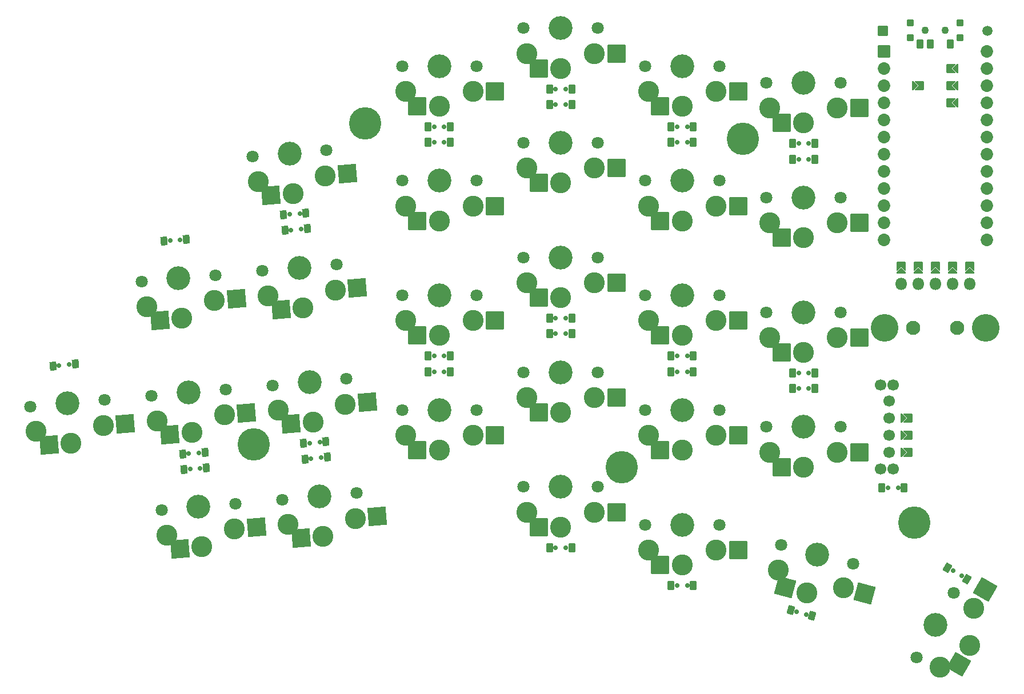
<source format=gts>
%TF.GenerationSoftware,KiCad,Pcbnew,7.0.6-7.0.6~ubuntu20.04.1*%
%TF.CreationDate,2023-07-19T11:04:25+02:00*%
%TF.ProjectId,keyboard,6b657962-6f61-4726-942e-6b696361645f,v1.0.0*%
%TF.SameCoordinates,Original*%
%TF.FileFunction,Soldermask,Top*%
%TF.FilePolarity,Negative*%
%FSLAX46Y46*%
G04 Gerber Fmt 4.6, Leading zero omitted, Abs format (unit mm)*
G04 Created by KiCad (PCBNEW 7.0.6-7.0.6~ubuntu20.04.1) date 2023-07-19 11:04:25*
%MOMM*%
%LPD*%
G01*
G04 APERTURE LIST*
G04 Aperture macros list*
%AMRoundRect*
0 Rectangle with rounded corners*
0 $1 Rounding radius*
0 $2 $3 $4 $5 $6 $7 $8 $9 X,Y pos of 4 corners*
0 Add a 4 corners polygon primitive as box body*
4,1,4,$2,$3,$4,$5,$6,$7,$8,$9,$2,$3,0*
0 Add four circle primitives for the rounded corners*
1,1,$1+$1,$2,$3*
1,1,$1+$1,$4,$5*
1,1,$1+$1,$6,$7*
1,1,$1+$1,$8,$9*
0 Add four rect primitives between the rounded corners*
20,1,$1+$1,$2,$3,$4,$5,0*
20,1,$1+$1,$4,$5,$6,$7,0*
20,1,$1+$1,$6,$7,$8,$9,0*
20,1,$1+$1,$8,$9,$2,$3,0*%
%AMFreePoly0*
4,1,14,0.635355,0.435355,0.650000,0.400000,0.650000,0.200000,0.635355,0.164645,0.035355,-0.435355,0.000000,-0.450000,-0.035355,-0.435355,-0.635355,0.164645,-0.650000,0.200000,-0.650000,0.400000,-0.635355,0.435355,-0.600000,0.450000,0.600000,0.450000,0.635355,0.435355,0.635355,0.435355,$1*%
%AMFreePoly1*
4,1,16,0.635355,1.035355,0.650000,1.000000,0.650000,-0.250000,0.635355,-0.285355,0.600000,-0.300000,-0.600000,-0.300000,-0.635355,-0.285355,-0.650000,-0.250000,-0.650000,1.000000,-0.635355,1.035355,-0.600000,1.050000,-0.564645,1.035355,0.000000,0.470710,0.564645,1.035355,0.600000,1.050000,0.635355,1.035355,0.635355,1.035355,$1*%
G04 Aperture macros list end*
%ADD10RoundRect,0.050000X-0.450000X-0.450000X0.450000X-0.450000X0.450000X0.450000X-0.450000X0.450000X0*%
%ADD11C,1.100000*%
%ADD12RoundRect,0.050000X-0.450000X-0.625000X0.450000X-0.625000X0.450000X0.625000X-0.450000X0.625000X0*%
%ADD13FreePoly0,270.000000*%
%ADD14FreePoly1,270.000000*%
%ADD15FreePoly0,180.000000*%
%ADD16FreePoly1,180.000000*%
%ADD17RoundRect,0.050000X-0.589958X-0.463087X0.279375X-0.696024X0.589958X0.463087X-0.279375X0.696024X0*%
%ADD18C,0.700000*%
%ADD19RoundRect,0.050000X-0.450000X-0.600000X0.450000X-0.600000X0.450000X0.600000X-0.450000X0.600000X0*%
%ADD20C,1.801800*%
%ADD21C,3.100000*%
%ADD22C,3.529000*%
%ADD23RoundRect,0.050000X1.300000X1.300000X-1.300000X1.300000X-1.300000X-1.300000X1.300000X-1.300000X0*%
%ADD24C,1.700000*%
%ADD25RoundRect,0.050000X-0.395994X-0.636937X0.500581X-0.558497X0.395994X0.636937X-0.500581X0.558497X0*%
%ADD26FreePoly0,90.000000*%
%ADD27FreePoly1,90.000000*%
%ADD28RoundRect,0.050000X1.181751X1.408356X-1.408356X1.181751X-1.181751X-1.408356X1.408356X-1.181751X0*%
%ADD29C,4.800000*%
%ADD30C,4.100000*%
%ADD31RoundRect,0.050000X-0.700000X0.700000X-0.700000X-0.700000X0.700000X-0.700000X0.700000X0.700000X0*%
%ADD32C,1.500000*%
%ADD33O,1.800000X1.800000*%
%ADD34RoundRect,0.050000X-0.475833X1.775833X-1.775833X-0.475833X0.475833X-1.775833X1.775833X0.475833X0*%
%ADD35RoundRect,0.050000X-0.876300X0.876300X-0.876300X-0.876300X0.876300X-0.876300X0.876300X0.876300X0*%
%ADD36C,1.852600*%
%ADD37C,2.100000*%
%ADD38RoundRect,0.050000X-0.689711X-0.294615X0.089711X-0.744615X0.689711X0.294615X-0.089711X0.744615X0*%
%ADD39RoundRect,0.050000X1.592168X0.919239X-0.919239X1.592168X-1.592168X-0.919239X0.919239X-1.592168X0*%
G04 APERTURE END LIST*
D10*
%TO.C,T1*%
X169080487Y-36625888D03*
X169080487Y-38825888D03*
D11*
X171280487Y-37725888D03*
X174280487Y-37725888D03*
D10*
X176480487Y-36625888D03*
X176480487Y-38825888D03*
D12*
X175030487Y-39800888D03*
X172030487Y-39800888D03*
X170530487Y-39800888D03*
%TD*%
D13*
%TO.C,J11*%
X175788489Y-43375888D03*
D14*
X174772489Y-43375888D03*
%TD*%
D15*
%TO.C,J22*%
X172780503Y-73333888D03*
D16*
X172780503Y-72317888D03*
%TD*%
D17*
%TO.C,D14*%
X151357346Y-123682173D03*
D18*
X152226680Y-123915110D03*
X153675568Y-124303338D03*
D17*
X154544902Y-124536275D03*
%TD*%
D19*
%TO.C,D26*%
X151630493Y-90825897D03*
D18*
X152530493Y-90825897D03*
X154030493Y-90825897D03*
D19*
X154930493Y-90825897D03*
%TD*%
D20*
%TO.C,S16*%
X122780496Y-54415899D03*
D21*
X122280496Y-58165899D03*
X117280496Y-60365899D03*
X117280496Y-60365899D03*
D22*
X117280496Y-54415899D03*
D21*
X112280496Y-58165899D03*
D20*
X111780496Y-54415899D03*
D23*
X114005496Y-60365899D03*
X125555496Y-58165899D03*
%TD*%
D24*
%TO.C,REF\u002A\u002A*%
X165905508Y-92715886D03*
X165905508Y-95255886D03*
X165905508Y-97795886D03*
X165905508Y-100335886D03*
X164680508Y-90325886D03*
X164680508Y-102725886D03*
X166530508Y-90325886D03*
X166530508Y-102725886D03*
%TD*%
D19*
%TO.C,D6*%
X115630492Y-114415887D03*
D18*
X116530492Y-114415887D03*
X118030492Y-114415887D03*
D19*
X118930492Y-114415887D03*
%TD*%
%TO.C,D13*%
X151630493Y-54525895D03*
D18*
X152530493Y-54525895D03*
X154030493Y-54525895D03*
D19*
X154930493Y-54525895D03*
%TD*%
D25*
%TO.C,D19*%
X76438676Y-67401129D03*
D18*
X77335251Y-67322689D03*
X78829543Y-67191955D03*
D25*
X79726118Y-67113515D03*
%TD*%
D26*
%TO.C,J4*%
X168022495Y-100335891D03*
D27*
X169038495Y-100335891D03*
%TD*%
D20*
%TO.C,S1*%
X49676893Y-92529181D03*
D21*
X49505630Y-96308489D03*
X44716399Y-98935896D03*
X44716399Y-98935896D03*
D22*
X44197822Y-93008538D03*
D21*
X39543683Y-97180047D03*
D20*
X38718751Y-93487895D03*
D28*
X41453861Y-99221332D03*
X52768167Y-96023054D03*
%TD*%
D19*
%TO.C,D23*%
X115630494Y-48715883D03*
D18*
X116530494Y-48715883D03*
X118030494Y-48715883D03*
D19*
X118930494Y-48715883D03*
%TD*%
%TO.C,D24*%
X133630488Y-88325890D03*
D18*
X134530488Y-88325890D03*
X136030488Y-88325890D03*
D19*
X136930488Y-88325890D03*
%TD*%
D20*
%TO.C,S4*%
X66126754Y-74025071D03*
D21*
X65955491Y-77804379D03*
X61166260Y-80431786D03*
X61166260Y-80431786D03*
D22*
X60647683Y-74504428D03*
D21*
X55993544Y-78675937D03*
D20*
X55168612Y-74983785D03*
D28*
X57903722Y-80717222D03*
X69218028Y-77518944D03*
%TD*%
D19*
%TO.C,D7*%
X115630496Y-80415891D03*
D18*
X116530496Y-80415891D03*
X118030496Y-80415891D03*
D19*
X118930496Y-80415891D03*
%TD*%
%TO.C,D27*%
X151630495Y-56825893D03*
D18*
X152530495Y-56825893D03*
X154030495Y-56825893D03*
D19*
X154930495Y-56825893D03*
%TD*%
D29*
%TO.C,_8*%
X169658995Y-110749016D03*
%TD*%
D25*
%TO.C,D1*%
X61270005Y-100549303D03*
D18*
X62166580Y-100470863D03*
X63660872Y-100340129D03*
D25*
X64557447Y-100261689D03*
%TD*%
D20*
%TO.C,S6*%
X85539891Y-89391596D03*
D21*
X85368628Y-93170904D03*
X80579397Y-95798311D03*
X80579397Y-95798311D03*
D22*
X80060820Y-89870953D03*
D21*
X75406681Y-94042462D03*
D20*
X74581749Y-90350310D03*
D28*
X77316859Y-96083747D03*
X88631165Y-92885469D03*
%TD*%
D20*
%TO.C,S21*%
X140780498Y-60025885D03*
D21*
X140280498Y-63775885D03*
X135280498Y-65975885D03*
X135280498Y-65975885D03*
D22*
X135280498Y-60025885D03*
D21*
X130280498Y-63775885D03*
D20*
X129780498Y-60025885D03*
D23*
X132005498Y-65975885D03*
X143555498Y-63775885D03*
%TD*%
D20*
%TO.C,S12*%
X104780493Y-43025891D03*
D21*
X104280493Y-46775891D03*
X99280493Y-48975891D03*
X99280493Y-48975891D03*
D22*
X99280493Y-43025891D03*
D21*
X94280493Y-46775891D03*
D20*
X93780493Y-43025891D03*
D23*
X96005493Y-48975891D03*
X107555493Y-46775891D03*
%TD*%
D25*
%TO.C,D3*%
X76238210Y-65109875D03*
D18*
X77134785Y-65031435D03*
X78629077Y-64900701D03*
D25*
X79525652Y-64822261D03*
%TD*%
D20*
%TO.C,S18*%
X140780498Y-111025891D03*
D21*
X140280498Y-114775891D03*
X135280498Y-116975891D03*
X135280498Y-116975891D03*
D22*
X135280498Y-111025891D03*
D21*
X130280498Y-114775891D03*
D20*
X129780498Y-111025891D03*
D23*
X132005498Y-116975891D03*
X143555498Y-114775891D03*
%TD*%
D30*
%TO.C,_3*%
X180280500Y-81825891D03*
%TD*%
D20*
%TO.C,S9*%
X104780497Y-94025882D03*
D21*
X104280497Y-97775882D03*
X99280497Y-99975882D03*
X99280497Y-99975882D03*
D22*
X99280497Y-94025882D03*
D21*
X94280497Y-97775882D03*
D20*
X93780497Y-94025882D03*
D23*
X96005497Y-99975882D03*
X107555497Y-97775882D03*
%TD*%
D25*
%TO.C,D18*%
X79401971Y-101271753D03*
D18*
X80298546Y-101193313D03*
X81792838Y-101062579D03*
D25*
X82689413Y-100984139D03*
%TD*%
D20*
%TO.C,S8*%
X82576603Y-55520964D03*
D21*
X82405340Y-59300272D03*
X77616109Y-61927679D03*
X77616109Y-61927679D03*
D22*
X77097532Y-56000321D03*
D21*
X72443393Y-60171830D03*
D20*
X71618461Y-56479678D03*
D28*
X74353571Y-62213115D03*
X85667877Y-59014837D03*
%TD*%
D25*
%TO.C,D2*%
X79201507Y-98980500D03*
D18*
X80098082Y-98902060D03*
X81592374Y-98771326D03*
D25*
X82488949Y-98692886D03*
%TD*%
D19*
%TO.C,D12*%
X151630504Y-88525880D03*
D18*
X152530504Y-88525880D03*
X154030504Y-88525880D03*
D19*
X154930504Y-88525880D03*
%TD*%
D20*
%TO.C,S5*%
X87021539Y-106326892D03*
D21*
X86850276Y-110106200D03*
X82061045Y-112733607D03*
X82061045Y-112733607D03*
D22*
X81542468Y-106806249D03*
D21*
X76888329Y-110977758D03*
D20*
X76063397Y-107285606D03*
D28*
X78798507Y-113019043D03*
X90112813Y-109820765D03*
%TD*%
D25*
%TO.C,D17*%
X58507169Y-68969922D03*
D18*
X59403744Y-68891482D03*
X60898036Y-68760748D03*
D25*
X61794611Y-68682308D03*
%TD*%
D31*
%TO.C,*%
X165030501Y-37825884D03*
D32*
X180530501Y-37825884D03*
%TD*%
D20*
%TO.C,S13*%
X122780488Y-105415884D03*
D21*
X122280488Y-109165884D03*
X117280488Y-111365884D03*
X117280488Y-111365884D03*
D22*
X117280488Y-105415884D03*
D21*
X112280488Y-109165884D03*
D20*
X111780488Y-105415884D03*
D23*
X114005488Y-111365884D03*
X125555488Y-109165884D03*
%TD*%
D25*
%TO.C,D16*%
X61470466Y-102840548D03*
D18*
X62367041Y-102762108D03*
X63861333Y-102631374D03*
D25*
X64757908Y-102552934D03*
%TD*%
D20*
%TO.C,S10*%
X104780505Y-77025889D03*
D21*
X104280505Y-80775889D03*
X99280505Y-82975889D03*
X99280505Y-82975889D03*
D22*
X99280505Y-77025889D03*
D21*
X94280505Y-80775889D03*
D20*
X93780505Y-77025889D03*
D23*
X96005505Y-82975889D03*
X107555505Y-80775889D03*
%TD*%
D20*
%TO.C,S22*%
X140780507Y-43025887D03*
D21*
X140280507Y-46775887D03*
X135280507Y-48975887D03*
X135280507Y-48975887D03*
D22*
X135280507Y-43025887D03*
D21*
X130280507Y-46775887D03*
D20*
X129780507Y-43025887D03*
D23*
X132005507Y-48975887D03*
X143555507Y-46775887D03*
%TD*%
D33*
%TO.C,Nice!View1*%
X175320493Y-75325888D03*
X177860493Y-75325888D03*
X172780493Y-75325888D03*
X170240493Y-75325888D03*
X167700493Y-75325888D03*
%TD*%
D15*
%TO.C,J23*%
X170240500Y-73333880D03*
D16*
X170240500Y-72317880D03*
%TD*%
D25*
%TO.C,D15*%
X42057314Y-87474046D03*
D18*
X42953889Y-87395606D03*
X44448181Y-87264872D03*
D25*
X45344756Y-87186432D03*
%TD*%
D19*
%TO.C,D11*%
X133630489Y-52025889D03*
D18*
X134530489Y-52025889D03*
X136030489Y-52025889D03*
D19*
X136930489Y-52025889D03*
%TD*%
D13*
%TO.C,J12*%
X175788493Y-45925883D03*
D14*
X174772493Y-45925883D03*
%TD*%
D20*
%TO.C,S2*%
X69090047Y-107895686D03*
D21*
X68918784Y-111674994D03*
X64129553Y-114302401D03*
X64129553Y-114302401D03*
D22*
X63610976Y-108375043D03*
D21*
X58956837Y-112546552D03*
D20*
X58131905Y-108854400D03*
D28*
X60867015Y-114587837D03*
X72181321Y-111389559D03*
%TD*%
D20*
%TO.C,S11*%
X104780498Y-60025887D03*
D21*
X104280498Y-63775887D03*
X99280498Y-65975887D03*
X99280498Y-65975887D03*
D22*
X99280498Y-60025887D03*
D21*
X94280498Y-63775887D03*
D20*
X93780498Y-60025887D03*
D23*
X96005498Y-65975887D03*
X107555498Y-63775887D03*
%TD*%
D20*
%TO.C,S7*%
X84058261Y-72456264D03*
D21*
X83886998Y-76235572D03*
X79097767Y-78862979D03*
X79097767Y-78862979D03*
D22*
X78579190Y-72935621D03*
D21*
X73925051Y-77107130D03*
D20*
X73100119Y-73414978D03*
D28*
X75835229Y-79148415D03*
X87149535Y-75950137D03*
%TD*%
D15*
%TO.C,J21*%
X175320498Y-73333884D03*
D16*
X175320498Y-72317884D03*
%TD*%
D29*
%TO.C,_7*%
X126280499Y-102525885D03*
%TD*%
%TO.C,_5*%
X144280491Y-53775890D03*
%TD*%
D15*
%TO.C,J20*%
X177860491Y-73333897D03*
D16*
X177860491Y-72317897D03*
%TD*%
D20*
%TO.C,S17*%
X122780491Y-37415894D03*
D21*
X122280491Y-41165894D03*
X117280491Y-43365894D03*
X117280491Y-43365894D03*
D22*
X117280491Y-37415894D03*
D21*
X112280491Y-41165894D03*
D20*
X111780491Y-37415894D03*
D23*
X114005491Y-43365894D03*
X125555491Y-41165894D03*
%TD*%
D13*
%TO.C,J13*%
X175788494Y-48475890D03*
D14*
X174772494Y-48475890D03*
%TD*%
D20*
%TO.C,S25*%
X158780498Y-62525880D03*
D21*
X158280498Y-66275880D03*
X153280498Y-68475880D03*
X153280498Y-68475880D03*
D22*
X153280498Y-62525880D03*
D21*
X148280498Y-66275880D03*
D20*
X147780498Y-62525880D03*
D23*
X150005498Y-68475880D03*
X161555498Y-66275880D03*
%TD*%
D20*
%TO.C,S28*%
X175515240Y-121141624D03*
D21*
X178512835Y-123449637D03*
X177918091Y-128879764D03*
X177918091Y-128879764D03*
D22*
X172765240Y-125904764D03*
D21*
X173512835Y-132109891D03*
D20*
X170015240Y-130667904D03*
D34*
X176280591Y-131715997D03*
X180150335Y-120613404D03*
%TD*%
D26*
%TO.C,J14*%
X169772497Y-45925881D03*
D27*
X170788497Y-45925881D03*
%TD*%
D35*
%TO.C,MCU1*%
X165160499Y-40855891D03*
D36*
X165160499Y-40855891D03*
X165160499Y-43395891D03*
X165160499Y-45935891D03*
X165160499Y-48475891D03*
X165160499Y-51015891D03*
X165160499Y-53555891D03*
X165160499Y-56095891D03*
X165160499Y-58635891D03*
X165160499Y-61175891D03*
X165160499Y-63715891D03*
X165160499Y-66255891D03*
X165160499Y-68795891D03*
X180400499Y-40855891D03*
X180400499Y-43395891D03*
X180400499Y-45935891D03*
X180400499Y-48475891D03*
X180400499Y-51015891D03*
X180400499Y-53555891D03*
X180400499Y-56095891D03*
X180400499Y-58635891D03*
X180400499Y-61175891D03*
X180400499Y-63715891D03*
X180400499Y-66255891D03*
X180400499Y-68795891D03*
%TD*%
D29*
%TO.C,_6*%
X71835903Y-99122986D03*
%TD*%
D20*
%TO.C,S19*%
X140780496Y-94025885D03*
D21*
X140280496Y-97775885D03*
X135280496Y-99975885D03*
X135280496Y-99975885D03*
D22*
X135280496Y-94025885D03*
D21*
X130280496Y-97775885D03*
D20*
X129780496Y-94025885D03*
D23*
X132005496Y-99975885D03*
X143555496Y-97775885D03*
%TD*%
D37*
%TO.C,_1*%
X169530505Y-81825885D03*
X176030505Y-81825885D03*
%TD*%
D20*
%TO.C,S15*%
X122780491Y-71415889D03*
D21*
X122280491Y-75165889D03*
X117280491Y-77365889D03*
X117280491Y-77365889D03*
D22*
X117280491Y-71415889D03*
D21*
X112280491Y-75165889D03*
D20*
X111780491Y-71415889D03*
D23*
X114005491Y-77365889D03*
X125555491Y-75165889D03*
%TD*%
D20*
%TO.C,S20*%
X140780491Y-77025890D03*
D21*
X140280491Y-80775890D03*
X135280491Y-82975890D03*
X135280491Y-82975890D03*
D22*
X135280491Y-77025890D03*
D21*
X130280491Y-80775890D03*
D20*
X129780491Y-77025890D03*
D23*
X132005491Y-82975890D03*
X143555491Y-80775890D03*
%TD*%
D20*
%TO.C,S3*%
X67608397Y-90960375D03*
D21*
X67437134Y-94739683D03*
X62647903Y-97367090D03*
X62647903Y-97367090D03*
D22*
X62129326Y-91439732D03*
D21*
X57475187Y-95611241D03*
D20*
X56650255Y-91919089D03*
D28*
X59385365Y-97652526D03*
X70699671Y-94454248D03*
%TD*%
D38*
%TO.C,D28*%
X174607779Y-117413401D03*
D18*
X175387202Y-117863401D03*
X176686240Y-118613401D03*
D38*
X177465663Y-119063401D03*
%TD*%
D19*
%TO.C,D10*%
X133630504Y-86025886D03*
D18*
X134530504Y-86025886D03*
X136030504Y-86025886D03*
D19*
X136930504Y-86025886D03*
%TD*%
%TO.C,D29*%
X164880485Y-105525879D03*
D18*
X165780485Y-105525879D03*
X167280485Y-105525879D03*
D19*
X168180485Y-105525879D03*
%TD*%
D20*
%TO.C,S26*%
X158780492Y-45525890D03*
D21*
X158280492Y-49275890D03*
X153280492Y-51475890D03*
X153280492Y-51475890D03*
D22*
X153280492Y-45525890D03*
D21*
X148280492Y-49275890D03*
D20*
X147780492Y-45525890D03*
D23*
X150005492Y-51475890D03*
X161555492Y-49275890D03*
%TD*%
D15*
%TO.C,J24*%
X167700503Y-73333895D03*
D16*
X167700503Y-72317895D03*
%TD*%
D19*
%TO.C,D5*%
X97630498Y-52025887D03*
D18*
X98530498Y-52025887D03*
X100030498Y-52025887D03*
D19*
X100930498Y-52025887D03*
%TD*%
%TO.C,D25*%
X133630489Y-54325891D03*
D18*
X134530489Y-54325891D03*
X136030489Y-54325891D03*
D19*
X136930489Y-54325891D03*
%TD*%
D20*
%TO.C,S27*%
X160593091Y-116839396D03*
D21*
X159139557Y-120332208D03*
X153740526Y-121163150D03*
X153740526Y-121163150D03*
D22*
X155280499Y-115415891D03*
D21*
X149480298Y-117744018D03*
D20*
X149967907Y-113992386D03*
D39*
X150577119Y-120315517D03*
X162302964Y-121179840D03*
%TD*%
D19*
%TO.C,D21*%
X97630499Y-54325891D03*
D18*
X98530499Y-54325891D03*
X100030499Y-54325891D03*
D19*
X100930499Y-54325891D03*
%TD*%
D20*
%TO.C,S14*%
X122780499Y-88415883D03*
D21*
X122280499Y-92165883D03*
X117280499Y-94365883D03*
X117280499Y-94365883D03*
D22*
X117280499Y-88415883D03*
D21*
X112280499Y-92165883D03*
D20*
X111780499Y-88415883D03*
D23*
X114005499Y-94365883D03*
X125555499Y-92165883D03*
%TD*%
D20*
%TO.C,S23*%
X158780494Y-96525887D03*
D21*
X158280494Y-100275887D03*
X153280494Y-102475887D03*
X153280494Y-102475887D03*
D22*
X153280494Y-96525887D03*
D21*
X148280494Y-100275887D03*
D20*
X147780494Y-96525887D03*
D23*
X150005494Y-102475887D03*
X161555494Y-100275887D03*
%TD*%
D26*
%TO.C,J6*%
X168022501Y-95255901D03*
D27*
X169038501Y-95255901D03*
%TD*%
D19*
%TO.C,D20*%
X97630488Y-88325890D03*
D18*
X98530488Y-88325890D03*
X100030488Y-88325890D03*
D19*
X100930488Y-88325890D03*
%TD*%
%TO.C,D9*%
X133630498Y-120025891D03*
D18*
X134530498Y-120025891D03*
X136030498Y-120025891D03*
D19*
X136930498Y-120025891D03*
%TD*%
D20*
%TO.C,S20*%
X158782680Y-79522957D03*
D21*
X158282680Y-83272957D03*
X153282680Y-85472957D03*
X153282680Y-85472957D03*
D22*
X153282680Y-79522957D03*
D21*
X148282680Y-83272957D03*
D20*
X147782680Y-79522957D03*
D23*
X150007680Y-85472957D03*
X161557680Y-83272957D03*
%TD*%
D19*
%TO.C,D8*%
X115630497Y-46415892D03*
D18*
X116530497Y-46415892D03*
X118030497Y-46415892D03*
D19*
X118930497Y-46415892D03*
%TD*%
D30*
%TO.C,_2*%
X165280503Y-81825893D03*
%TD*%
D26*
%TO.C,J5*%
X168022493Y-97795880D03*
D27*
X169038493Y-97795880D03*
%TD*%
D29*
%TO.C,_4*%
X88280491Y-51525880D03*
%TD*%
D19*
%TO.C,D4*%
X97630499Y-86025901D03*
D18*
X98530499Y-86025901D03*
X100030499Y-86025901D03*
D19*
X100930499Y-86025901D03*
%TD*%
%TO.C,D22*%
X115630498Y-82715890D03*
D18*
X116530498Y-82715890D03*
X118030498Y-82715890D03*
D19*
X118930498Y-82715890D03*
%TD*%
M02*

</source>
